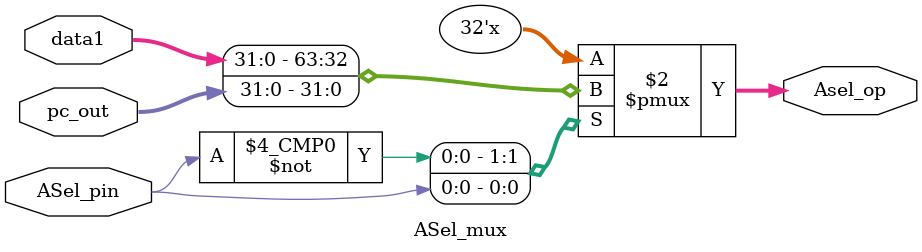
<source format=sv>
`timescale 1ns / 1ps


module ASel_mux#(parameter width = 32)(
    input logic [width-1:0] data1,
    input logic [width-1:0] pc_out,
    input logic ASel_pin,
    output logic [width-1:0] Asel_op
    
    );
    
    always_comb
        case(ASel_pin)
        1'b0: Asel_op = data1;
        1'b1: Asel_op = pc_out;
        endcase
        
endmodule


</source>
